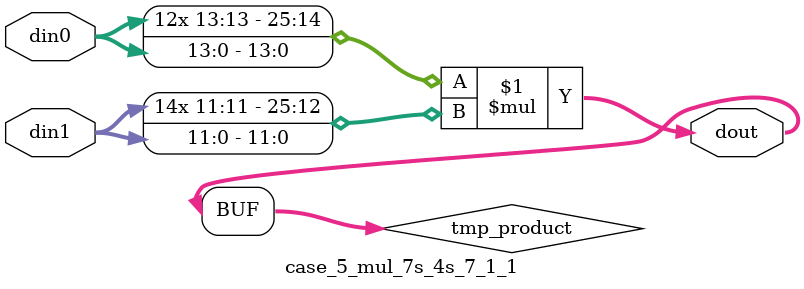
<source format=v>

`timescale 1 ns / 1 ps

 module case_5_mul_7s_4s_7_1_1(din0, din1, dout);
parameter ID = 1;
parameter NUM_STAGE = 0;
parameter din0_WIDTH = 14;
parameter din1_WIDTH = 12;
parameter dout_WIDTH = 26;

input [din0_WIDTH - 1 : 0] din0; 
input [din1_WIDTH - 1 : 0] din1; 
output [dout_WIDTH - 1 : 0] dout;

wire signed [dout_WIDTH - 1 : 0] tmp_product;



























assign tmp_product = $signed(din0) * $signed(din1);








assign dout = tmp_product;





















endmodule

</source>
